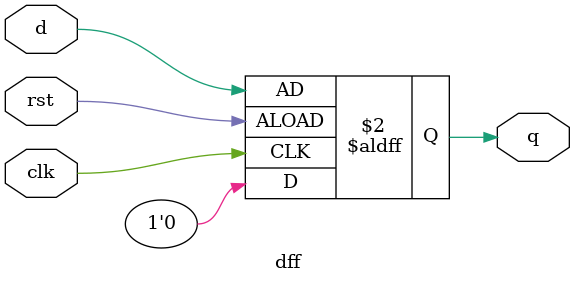
<source format=sv>
module dff(q, d, clk, rst);

    input d, clk, rst;
    output reg q;

    always @(posedge clk or negedge rst) begin
        if(rst) begin
            q <= 1'b0;
        end
        else begin
            q <= d;
        end
    end
    
endmodule
</source>
